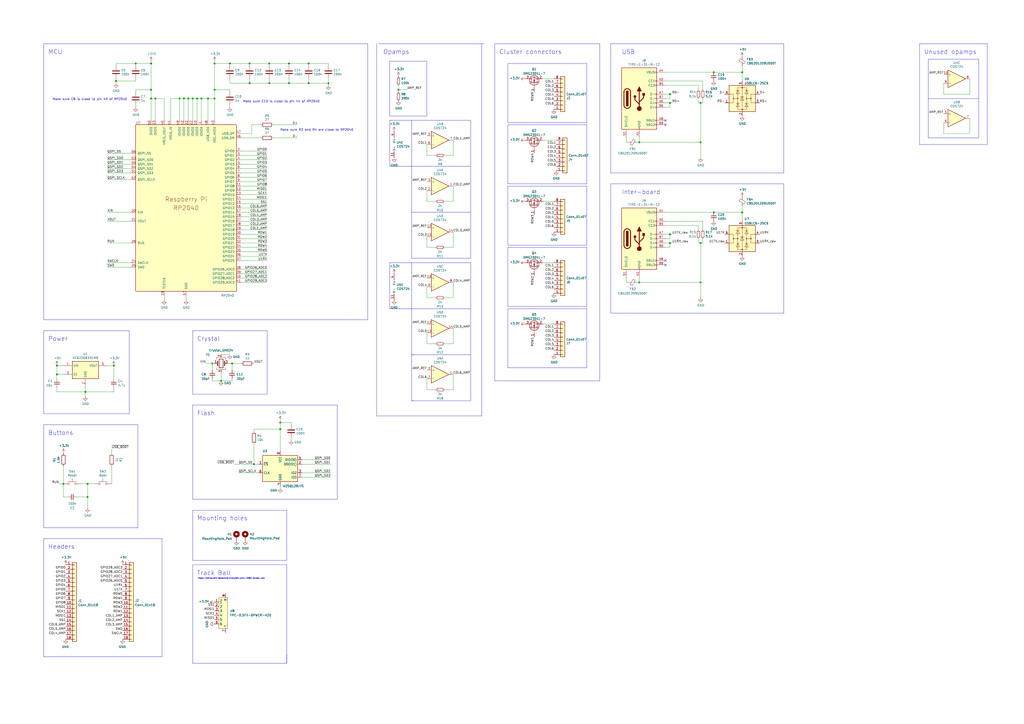
<source format=kicad_sch>
(kicad_sch (version 20250114) (generator "eeschema") (generator_version "9.0")
  (paper "A2")
  (title_block (title "lalboard main board") (rev "v0.1"))
  (text "Cluster connectors" (at 289.56 31.75 0) (effects (font (size 2.54 2.54)) (justify left bottom)))
  (text "Make sure R3 and R4 are close to RP2040" (at 162.56 76.2 0) (effects (font (size 1.27 1.27)) (justify left bottom)))
  (text "USB" (at 360.68 31.75 0) (effects (font (size 2.4892 2.4892)) (justify left bottom)))
  (text "Power" (at 27.94 198.12 0) (effects (font (size 2.54 2.54)) (justify left bottom)))
  (text "Headers" (at 27.94 318.77 0) (effects (font (size 2.54 2.54)) (justify left bottom)))
  (text "Buttons" (at 27.94 252.73 0) (effects (font (size 2.54 2.54)) (justify left bottom)))
  (text "Make sure C8 is close to pin 45 of RP2040" (at 30.48 58.42 0) (effects (font (size 1.27 1.27)) (justify left bottom)))
  (text "Track Ball" (at 114.3 334.01 0) (effects (font (size 2.54 2.54)) (justify left bottom)))
  (text "Opamps" (at 222.25 31.75 0) (effects (font (size 2.54 2.54)) (justify left bottom)))
  (text "Unused opamps" (at 535.94 31.75 0) (effects (font (size 2.54 2.54)) (justify left bottom)))
  (text "MCU" (at 27.94 31.75 0) (effects (font (size 2.54 2.54)) (justify left bottom)))
  (text "Inter-board" (at 360.68 113.03 0) (effects (font (size 2.4892 2.4892)) (justify left bottom)))
  (text "https://github.com/Bastardkb/charybdis-pmw-3360-sensor-pcb" (at 134.112 335.534 0) (effects (font (size 0.762 0.762))))
  (text "Crystal" (at 114.3 198.12 0) (effects (font (size 2.54 2.54)) (justify left bottom)))
  (text "Mounting holes" (at 114.3 302.26 0) (effects (font (size 2.54 2.54)) (justify left bottom)))
  (text "Make sure C10 is close to pin 44 of RP2040" (at 140.97 59.69 0) (effects (font (size 1.27 1.27)) (justify left bottom)))
  (text "Flash" (at 114.3 241.3 0) (effects (font (size 2.54 2.54)) (justify left bottom)))
  (junction (at 109.22 57.15))
  (junction (at 87.63 52.07))
  (junction (at 156.21 36.83))
  (junction (at 36.83 280.67))
  (junction (at 50.8 288.29))
  (junction (at 111.76 57.15))
  (junction (at 124.46 52.07))
  (junction (at 87.63 36.83))
  (junction (at 388.62 54.61))
  (junction (at 190.5 48.26))
  (junction (at 388.62 140.97))
  (junction (at 114.3 57.15))
  (junction (at 33.02 217.17))
  (junction (at 144.78 36.83))
  (junction (at 406.4 163.83))
  (junction (at 124.46 36.83))
  (junction (at 147.32 269.24))
  (junction (at 106.68 57.15))
  (junction (at 49.53 227.33))
  (junction (at 133.35 36.83))
  (junction (at 430.53 123.19))
  (junction (at 120.65 57.15))
  (junction (at 370.84 163.83))
  (junction (at 167.64 48.26))
  (junction (at 116.84 57.15))
  (junction (at 162.56 245.11))
  (junction (at 406.4 59.69))
  (junction (at 414.02 41.91))
  (junction (at 179.07 36.83))
  (junction (at 179.07 48.26))
  (junction (at 66.04 212.09))
  (junction (at 388.62 59.69))
  (junction (at 406.4 140.97))
  (junction (at 90.17 57.15))
  (junction (at 67.31 46.99))
  (junction (at 87.63 57.15))
  (junction (at 414.02 123.19))
  (junction (at 144.78 48.26))
  (junction (at 128.27 220.98))
  (junction (at 156.21 48.26))
  (junction (at 124.46 57.15))
  (junction (at 104.14 57.15))
  (junction (at 78.74 36.83))
  (junction (at 406.4 82.55))
  (junction (at 50.8 280.67))
  (junction (at 123.19 210.82))
  (junction (at 134.62 210.82))
  (junction (at 370.84 82.55))
  (junction (at 33.02 212.09))
  (junction (at 167.64 36.83))
  (junction (at 430.53 41.91))
  (junction (at 388.62 135.89))
  (junction (at 231.14 52.07))
  (junction (at 162.56 248.92))
  (no_connect (at 386.08 151.13))
  (no_connect (at 386.08 69.85))
  (no_connect (at 386.08 72.39))
  (no_connect (at 386.08 153.67))
  (wire (pts (xy 370.84 82.55) (xy 406.4 82.55)))
  (polyline (pts (xy 111.76 234.95) (xy 111.76 289.56)))
  (wire (pts (xy 386.08 57.15) (xy 388.62 57.15)))
  (wire (pts (xy 179.07 45.72) (xy 179.07 48.26)))
  (wire (pts (xy 64.77 260.35) (xy 64.77 262.89)))
  (wire (pts (xy 386.08 54.61) (xy 388.62 54.61)))
  (wire (pts (xy 388.62 54.61) (xy 389.89 54.61)))
  (wire (pts (xy 139.7 125.73) (xy 154.94 125.73)))
  (wire (pts (xy 76.2 140.97) (xy 62.23 140.97)))
  (polyline (pts (xy 226.06 96.52) (xy 273.05 96.52)))
  (wire (pts (xy 124.46 52.07) (xy 133.35 52.07)))
  (wire (pts (xy 406.4 82.55) (xy 406.4 91.44)))
  (polyline (pts (xy 533.4 25.4) (xy 572.77 25.4)))
  (wire (pts (xy 67.31 45.72) (xy 67.31 46.99)))
  (polyline (pts (xy 340.36 143.51) (xy 340.36 177.8)))
  (polyline (pts (xy 238.76 205.74) (xy 273.05 205.74)))
  (wire (pts (xy 262.89 217.17) (xy 262.89 226.06)))
  (polyline (pts (xy 74.93 191.77) (xy 74.93 240.03)))
  (wire (pts (xy 39.37 288.29) (xy 36.83 288.29)))
  (wire (pts (xy 262.89 116.84) (xy 257.81 116.84)))
  (polyline (pts (xy 340.36 107.95) (xy 294.64 107.95)))
  (polyline (pts (xy 273.05 179.07) (xy 273.05 205.74)))
  (wire (pts (xy 314.96 152.4) (xy 321.31 152.4)))
  (wire (pts (xy 114.3 69.85) (xy 114.3 57.15)))
  (wire (pts (xy 147.32 257.81) (xy 147.32 269.24)))
  (polyline (pts (xy 538.48 80.01) (xy 567.69 80.01)))
  (wire (pts (xy 78.74 60.96) (xy 78.74 62.23)))
  (polyline (pts (xy 287.02 25.4) (xy 347.98 25.4)))
  (polyline (pts (xy 25.4 381) (xy 93.98 381)))
  (wire (pts (xy 139.7 123.19) (xy 154.94 123.19)))
  (wire (pts (xy 139.7 128.27) (xy 154.94 128.27)))
  (polyline (pts (xy 238.76 123.19) (xy 273.05 123.19)))
  (wire (pts (xy 162.56 243.84) (xy 162.56 245.11)))
  (wire (pts (xy 175.26 266.7) (xy 191.77 266.7)))
  (wire (pts (xy 388.62 143.51) (xy 388.62 140.97)))
  (wire (pts (xy 262.89 90.17) (xy 257.81 90.17)))
  (wire (pts (xy 128.27 205.74) (xy 133.35 205.74)))
  (wire (pts (xy 78.74 52.07) (xy 87.63 52.07)))
  (wire (pts (xy 139.7 151.13) (xy 154.94 151.13)))
  (polyline (pts (xy 294.64 72.39) (xy 294.64 106.68)))
  (wire (pts (xy 139.7 148.59) (xy 154.94 148.59)))
  (wire (pts (xy 405.13 57.15) (xy 405.13 59.69)))
  (wire (pts (xy 190.5 48.26) (xy 179.07 48.26)))
  (polyline (pts (xy 567.69 34.29) (xy 567.69 80.01)))
  (wire (pts (xy 162.56 245.11) (xy 162.56 248.92)))
  (polyline (pts (xy 347.98 25.4) (xy 347.98 220.98)))
  (wire (pts (xy 67.31 46.99) (xy 78.74 46.99)))
  (wire (pts (xy 124.46 36.83) (xy 124.46 52.07)))
  (polyline (pts (xy 279.4 25.4) (xy 279.4 241.3)))
  (wire (pts (xy 370.84 161.29) (xy 370.84 163.83)))
  (wire (pts (xy 87.63 36.83) (xy 87.63 52.07)))
  (wire (pts (xy 139.7 100.33) (xy 154.94 100.33)))
  (polyline (pts (xy 340.36 143.51) (xy 294.64 143.51)))
  (polyline (pts (xy 238.76 179.07) (xy 238.76 205.74)))
  (wire (pts (xy 33.02 227.33) (xy 33.02 224.79)))
  (polyline (pts (xy 238.76 205.74) (xy 240.03 205.74)))
  (wire (pts (xy 62.23 212.09) (xy 66.04 212.09)))
  (polyline (pts (xy 74.93 240.03) (xy 25.4 240.03)))
  (wire (pts (xy 314.96 187.96) (xy 321.31 187.96)))
  (wire (pts (xy 247.65 226.06) (xy 247.65 219.71)))
  (wire (pts (xy 407.67 128.27) (xy 386.08 128.27)))
  (wire (pts (xy 111.76 69.85) (xy 111.76 57.15)))
  (polyline (pts (xy 25.4 240.03) (xy 25.4 191.77)))
  (wire (pts (xy 547.37 54.61) (xy 547.37 48.26)))
  (wire (pts (xy 388.62 59.69) (xy 389.89 59.69)))
  (wire (pts (xy 106.68 69.85) (xy 106.68 57.15)))
  (wire (pts (xy 132.08 210.82) (xy 134.62 210.82)))
  (wire (pts (xy 562.61 45.72) (xy 562.61 54.61)))
  (wire (pts (xy 139.7 163.83) (xy 154.94 163.83)))
  (wire (pts (xy 430.53 128.27) (xy 430.53 123.19)))
  (wire (pts (xy 50.8 280.67) (xy 50.8 288.29)))
  (polyline (pts (xy 226.06 69.85) (xy 273.05 69.85)))
  (polyline (pts (xy 454.66 25.4) (xy 454.66 100.33)))
  (wire (pts (xy 156.21 45.72) (xy 156.21 48.26)))
  (wire (pts (xy 114.3 57.15) (xy 116.84 57.15)))
  (wire (pts (xy 407.67 46.99) (xy 386.08 46.99)))
  (wire (pts (xy 147.32 248.92) (xy 162.56 248.92)))
  (wire (pts (xy 139.7 90.17) (xy 154.94 90.17)))
  (polyline (pts (xy 294.64 106.68) (xy 340.36 106.68)))
  (wire (pts (xy 363.22 163.83) (xy 364.49 163.83)))
  (polyline (pts (xy 25.4 306.07) (xy 80.01 306.07)))
  (wire (pts (xy 179.07 36.83) (xy 190.5 36.83)))
  (wire (pts (xy 262.89 199.39) (xy 257.81 199.39)))
  (wire (pts (xy 252.73 172.72) (xy 247.65 172.72)))
  (polyline (pts (xy 111.76 327.66) (xy 166.37 327.66)))
  (wire (pts (xy 120.65 69.85) (xy 120.65 57.15)))
  (wire (pts (xy 95.25 171.45) (xy 95.25 173.99)))
  (wire (pts (xy 139.7 118.11) (xy 154.94 118.11)))
  (polyline (pts (xy 238.76 232.41) (xy 273.05 232.41)))
  (polyline (pts (xy 572.77 83.82) (xy 572.77 25.4)))
  (wire (pts (xy 87.63 57.15) (xy 87.63 69.85)))
  (wire (pts (xy 231.14 52.07) (xy 231.14 53.34)))
  (wire (pts (xy 247.65 199.39) (xy 247.65 193.04)))
  (wire (pts (xy 370.84 163.83) (xy 369.57 163.83)))
  (wire (pts (xy 64.77 270.51) (xy 64.77 280.67)))
  (wire (pts (xy 33.02 217.17) (xy 33.02 219.71)))
  (wire (pts (xy 252.73 226.06) (xy 247.65 226.06)))
  (polyline (pts (xy 111.76 228.6) (xy 111.76 191.77)))
  (wire (pts (xy 363.22 161.29) (xy 363.22 163.83)))
  (wire (pts (xy 405.13 140.97) (xy 406.4 140.97)))
  (wire (pts (xy 49.53 227.33) (xy 33.02 227.33)))
  (polyline (pts (xy 538.48 57.15) (xy 567.69 57.15)))
  (wire (pts (xy 156.21 48.26) (xy 144.78 48.26)))
  (wire (pts (xy 262.89 107.95) (xy 262.89 116.84)))
  (polyline (pts (xy 80.01 246.38) (xy 25.4 246.38)))
  (wire (pts (xy 386.08 62.23) (xy 388.62 62.23)))
  (polyline (pts (xy 111.76 289.56) (xy 195.58 289.56)))
  (wire (pts (xy 144.78 48.26) (xy 133.35 48.26)))
  (wire (pts (xy 405.13 59.69) (xy 406.4 59.69)))
  (polyline (pts (xy 111.76 228.6) (xy 154.94 228.6)))
  (wire (pts (xy 547.37 77.47) (xy 547.37 71.12)))
  (wire (pts (xy 78.74 38.1) (xy 78.74 36.83)))
  (polyline (pts (xy 226.06 35.56) (xy 226.06 67.31)))
  (wire (pts (xy 67.31 38.1) (xy 67.31 36.83)))
  (polyline (pts (xy 238.76 205.74) (xy 238.76 232.41)))
  (polyline (pts (xy 347.98 220.98) (xy 287.02 220.98)))
  (wire (pts (xy 67.31 46.99) (xy 67.31 48.26)))
  (wire (pts (xy 231.14 49.53) (xy 231.14 52.07)))
  (wire (pts (xy 133.35 38.1) (xy 133.35 36.83)))
  (wire (pts (xy 139.7 77.47) (xy 146.05 77.47)))
  (wire (pts (xy 95.25 69.85) (xy 95.25 57.15)))
  (wire (pts (xy 76.2 152.4) (xy 62.23 152.4)))
  (wire (pts (xy 49.53 227.33) (xy 49.53 224.79)))
  (wire (pts (xy 104.14 69.85) (xy 104.14 57.15)))
  (polyline (pts (xy 287.02 25.4) (xy 287.02 220.98)))
  (wire (pts (xy 190.5 48.26) (xy 190.5 49.53)))
  (wire (pts (xy 386.08 138.43) (xy 388.62 138.43)))
  (wire (pts (xy 406.4 140.97) (xy 406.4 163.83)))
  (wire (pts (xy 370.84 163.83) (xy 406.4 163.83)))
  (polyline (pts (xy 25.4 25.4) (xy 213.36 25.4)))
  (wire (pts (xy 124.46 57.15) (xy 124.46 69.85)))
  (wire (pts (xy 430.53 123.19) (xy 430.53 119.38)))
  (wire (pts (xy 388.62 135.89) (xy 389.89 135.89)))
  (polyline (pts (xy 294.64 142.24) (xy 340.36 142.24)))
  (polyline (pts (xy 533.4 25.4) (xy 533.4 83.82)))
  (wire (pts (xy 107.95 171.45) (xy 107.95 173.99)))
  (wire (pts (xy 405.13 138.43) (xy 405.13 140.97)))
  (wire (pts (xy 139.7 133.35) (xy 154.94 133.35)))
  (wire (pts (xy 106.68 57.15) (xy 109.22 57.15)))
  (wire (pts (xy 406.4 140.97) (xy 407.67 140.97)))
  (wire (pts (xy 406.4 59.69) (xy 406.4 82.55)))
  (polyline (pts (xy 25.4 185.42) (xy 25.4 25.4)))
  (wire (pts (xy 76.2 104.14) (xy 62.23 104.14)))
  (polyline (pts (xy 226.06 69.85) (xy 226.06 96.52)))
  (wire (pts (xy 62.23 123.19) (xy 76.2 123.19)))
  (polyline (pts (xy 247.65 67.31) (xy 247.65 35.56)))
  (wire (pts (xy 405.13 52.07) (xy 405.13 49.53)))
  (wire (pts (xy 134.62 210.82) (xy 134.62 214.63)))
  (wire (pts (xy 99.06 69.85) (xy 99.06 57.15)))
  (wire (pts (xy 147.32 250.19) (xy 147.32 248.92)))
  (polyline (pts (xy 340.36 36.83) (xy 294.64 36.83)))
  (wire (pts (xy 388.62 57.15) (xy 388.62 54.61)))
  (polyline (pts (xy 340.36 179.07) (xy 294.64 179.07)))
  (wire (pts (xy 167.64 36.83) (xy 179.07 36.83)))
  (wire (pts (xy 386.08 143.51) (xy 388.62 143.51)))
  (wire (pts (xy 252.73 90.17) (xy 247.65 90.17)))
  (wire (pts (xy 162.56 281.94) (xy 162.56 283.21)))
  (wire (pts (xy 262.89 190.5) (xy 262.89 199.39)))
  (wire (pts (xy 386.08 123.19) (xy 414.02 123.19)))
  (polyline (pts (xy 111.76 234.95) (xy 195.58 234.95)))
  (wire (pts (xy 430.53 41.91) (xy 430.53 38.1)))
  (wire (pts (xy 139.7 115.57) (xy 154.94 115.57)))
  (polyline (pts (xy 247.65 35.56) (xy 226.06 35.56)))
  (polyline (pts (xy 226.06 179.07) (xy 273.05 179.07)))
  (polyline (pts (xy 218.44 25.4) (xy 218.44 241.3)))
  (wire (pts (xy 547.37 54.61) (xy 562.61 54.61)))
  (wire (pts (xy 162.56 248.92) (xy 162.56 261.62)))
  (polyline (pts (xy 166.37 379.73) (xy 166.37 384.81)))
  (polyline (pts (xy 226.06 67.31) (xy 247.65 67.31)))
  (polyline (pts (xy 111.76 295.91) (xy 166.37 295.91)))
  (wire (pts (xy 167.64 45.72) (xy 167.64 48.26)))
  (wire (pts (xy 139.7 161.29) (xy 154.94 161.29)))
  (wire (pts (xy 50.8 288.29) (xy 44.45 288.29)))
  (wire (pts (xy 386.08 41.91) (xy 414.02 41.91)))
  (polyline (pts (xy 340.36 36.83) (xy 340.36 71.12)))
  (polyline (pts (xy 340.36 179.07) (xy 340.36 213.36)))
  (wire (pts (xy 78.74 53.34) (xy 78.74 52.07)))
  (wire (pts (xy 562.61 68.58) (xy 562.61 77.47)))
  (polyline (pts (xy 238.76 69.85) (xy 238.76 149.86)))
  (polyline (pts (xy 238.76 149.86) (xy 273.05 149.86)))
  (wire (pts (xy 321.31 116.84) (xy 314.96 116.84)))
  (polyline (pts (xy 219.71 25.4) (xy 280.67 25.4)))
  (wire (pts (xy 99.06 57.15) (xy 104.14 57.15)))
  (wire (pts (xy 314.96 45.72) (xy 321.31 45.72)))
  (wire (pts (xy 407.67 52.07) (xy 407.67 46.99)))
  (polyline (pts (xy 294.64 213.36) (xy 340.36 213.36)))
  (wire (pts (xy 124.46 210.82) (xy 123.19 210.82)))
  (wire (pts (xy 138.43 274.32) (xy 149.86 274.32)))
  (wire (pts (xy 66.04 224.79) (xy 66.04 227.33)))
  (wire (pts (xy 407.67 59.69) (xy 407.67 57.15)))
  (wire (pts (xy 547.37 77.47) (xy 562.61 77.47)))
  (wire (pts (xy 66.04 212.09) (xy 66.04 219.71)))
  (wire (pts (xy 36.83 217.17) (xy 33.02 217.17)))
  (wire (pts (xy 363.22 82.55) (xy 364.49 82.55)))
  (wire (pts (xy 139.7 156.21) (xy 154.94 156.21)))
  (wire (pts (xy 139.7 130.81) (xy 154.94 130.81)))
  (wire (pts (xy 144.78 36.83) (xy 156.21 36.83)))
  (polyline (pts (xy 111.76 327.66) (xy 111.76 384.81)))
  (wire (pts (xy 111.76 57.15) (xy 114.3 57.15)))
  (wire (pts (xy 370.84 80.01) (xy 370.84 82.55)))
  (polyline (pts (xy 538.48 34.29) (xy 538.48 80.01)))
  (polyline (pts (xy 294.64 36.83) (xy 294.64 71.12)))
  (polyline (pts (xy 111.76 384.81) (xy 166.37 384.81)))
  (polyline (pts (xy 354.33 181.61) (xy 354.33 106.68)))
  (wire (pts (xy 168.91 246.38) (xy 168.91 245.11)))
  (wire (pts (xy 167.64 48.26) (xy 156.21 48.26)))
  (polyline (pts (xy 166.37 384.81) (xy 166.37 327.66)))
  (polyline (pts (xy 279.4 241.3) (xy 218.44 241.3)))
  (wire (pts (xy 123.19 210.82) (xy 123.19 214.63)))
  (polyline (pts (xy 294.64 179.07) (xy 294.64 213.36)))
  (wire (pts (xy 134.62 219.71) (xy 134.62 220.98)))
  (wire (pts (xy 168.91 245.11) (xy 162.56 245.11)))
  (polyline (pts (xy 226.06 152.4) (xy 273.05 152.4)))
  (wire (pts (xy 179.07 38.1) (xy 179.07 36.83)))
  (polyline (pts (xy 294.64 177.8) (xy 340.36 177.8)))
  (wire (pts (xy 144.78 45.72) (xy 144.78 48.26)))
  (wire (pts (xy 252.73 143.51) (xy 247.65 143.51)))
  (wire (pts (xy 167.64 38.1) (xy 167.64 36.83)))
  (wire (pts (xy 179.07 48.26) (xy 167.64 48.26)))
  (wire (pts (xy 49.53 227.33) (xy 49.53 229.87)))
  (wire (pts (xy 128.27 215.9) (xy 128.27 220.98)))
  (wire (pts (xy 36.83 270.51) (xy 36.83 280.67)))
  (polyline (pts (xy 294.64 71.12) (xy 340.36 71.12)))
  (wire (pts (xy 95.25 57.15) (xy 90.17 57.15)))
  (wire (pts (xy 231.14 52.07) (xy 236.22 52.07)))
  (polyline (pts (xy 25.4 191.77) (xy 74.93 191.77)))
  (wire (pts (xy 90.17 57.15) (xy 87.63 57.15)))
  (wire (pts (xy 139.7 143.51) (xy 154.94 143.51)))
  (polyline (pts (xy 25.4 312.42) (xy 25.4 381)))
  (wire (pts (xy 405.13 49.53) (xy 386.08 49.53)))
  (wire (pts (xy 252.73 116.84) (xy 247.65 116.84)))
  (polyline (pts (xy 354.33 106.68) (xy 454.66 106.68)))
  (wire (pts (xy 139.7 80.01) (xy 151.13 80.01)))
  (wire (pts (xy 314.96 81.28) (xy 322.58 81.28)))
  (polyline (pts (xy 273.05 69.85) (xy 273.05 149.86)))
  (wire (pts (xy 430.53 46.99) (xy 430.53 41.91)))
  (wire (pts (xy 406.4 163.83) (xy 406.4 172.72)))
  (polyline (pts (xy 354.33 100.33) (xy 354.33 25.4)))
  (wire (pts (xy 62.23 95.25) (xy 76.2 95.25)))
  (wire (pts (xy 50.8 288.29) (xy 50.8 294.64)))
  (wire (pts (xy 87.63 52.07) (xy 87.63 57.15)))
  (polyline (pts (xy 195.58 289.56) (xy 195.58 234.95)))
  (polyline (pts (xy 25.4 246.38) (xy 25.4 306.07)))
  (wire (pts (xy 134.62 210.82) (xy 139.7 210.82)))
  (wire (pts (xy 116.84 57.15) (xy 120.65 57.15)))
  (wire (pts (xy 139.7 140.97) (xy 154.94 140.97)))
  (wire (pts (xy 87.63 35.56) (xy 87.63 36.83)))
  (wire (pts (xy 262.89 143.51) (xy 257.81 143.51)))
  (wire (pts (xy 158.75 72.39) (xy 172.72 72.39)))
  (wire (pts (xy 133.35 53.34) (xy 133.35 52.07)))
  (polyline (pts (xy 294.64 143.51) (xy 294.64 177.8)))
  (wire (pts (xy 388.62 140.97) (xy 389.89 140.97)))
  (wire (pts (xy 34.29 280.67) (xy 36.83 280.67)))
  (wire (pts (xy 386.08 140.97) (xy 388.62 140.97)))
  (polyline (pts (xy 154.94 191.77) (xy 154.94 228.6)))
  (wire (pts (xy 146.05 72.39) (xy 146.05 77.47)))
  (wire (pts (xy 262.89 163.83) (xy 262.89 172.72)))
  (polyline (pts (xy 340.36 72.39) (xy 294.64 72.39)))
  (wire (pts (xy 175.26 269.24) (xy 191.77 269.24)))
  (wire (pts (xy 123.19 220.98) (xy 128.27 220.98)))
  (wire (pts (xy 133.35 45.72) (xy 133.35 48.26)))
  (polyline (pts (xy 111.76 191.77) (xy 154.94 191.77)))
  (wire (pts (xy 50.8 280.67) (xy 54.61 280.67)))
  (wire (pts (xy 133.35 36.83) (xy 144.78 36.83)))
  (wire (pts (xy 407.67 133.35) (xy 407.67 128.27)))
  (polyline (pts (xy 340.36 72.39) (xy 340.36 106.68)))
  (wire (pts (xy 62.23 92.71) (xy 76.2 92.71)))
  (wire (pts (xy 262.89 172.72) (xy 257.81 172.72)))
  (wire (pts (xy 76.2 128.27) (xy 62.23 128.27)))
  (wire (pts (xy 62.23 100.33) (xy 76.2 100.33)))
  (wire (pts (xy 139.7 102.87) (xy 154.94 102.87)))
  (wire (pts (xy 156.21 38.1) (xy 156.21 36.83)))
  (wire (pts (xy 147.32 269.24) (xy 149.86 269.24)))
  (wire (pts (xy 119.38 210.82) (xy 123.19 210.82)))
  (polyline (pts (xy 111.76 295.91) (xy 111.76 325.12)))
  (polyline (pts (xy 533.4 83.82) (xy 572.77 83.82)))
  (wire (pts (xy 139.7 95.25) (xy 154.94 95.25)))
  (wire (pts (xy 139.7 92.71) (xy 154.94 92.71)))
  (polyline (pts (xy 354.33 25.4) (xy 454.66 25.4)))
  (wire (pts (xy 139.7 110.49) (xy 154.94 110.49)))
  (polyline (pts (xy 538.48 34.29) (xy 567.69 34.29)))
  (wire (pts (xy 262.89 226.06) (xy 257.81 226.06)))
  (polyline (pts (xy 273.05 152.4) (xy 273.05 179.07)))
  (polyline (pts (xy 454.66 106.68) (xy 454.66 181.61)))
  (wire (pts (xy 247.65 143.51) (xy 247.65 137.16)))
  (wire (pts (xy 252.73 199.39) (xy 247.65 199.39)))
  (wire (pts (xy 262.89 81.28) (xy 262.89 90.17)))
  (wire (pts (xy 139.7 158.75) (xy 154.94 158.75)))
  (wire (pts (xy 90.17 69.85) (xy 90.17 57.15)))
  (wire (pts (xy 139.7 135.89) (xy 154.94 135.89)))
  (wire (pts (xy 168.91 254) (xy 168.91 255.27)))
  (polyline (pts (xy 238.76 152.4) (xy 238.76 179.07)))
  (polyline (pts (xy 294.64 107.95) (xy 294.64 142.24)))
  (wire (pts (xy 406.4 59.69) (xy 407.67 59.69)))
  (wire (pts (xy 175.26 274.32) (xy 191.77 274.32)))
  (wire (pts (xy 33.02 212.09) (xy 33.02 217.17)))
  (wire (pts (xy 139.7 138.43) (xy 154.94 138.43)))
  (polyline (pts (xy 226.06 152.4) (xy 226.06 179.07)))
  (polyline (pts (xy 25.4 312.42) (xy 93.98 312.42)))
  (polyline (pts (xy 354.33 100.33) (xy 454.66 100.33)))
  (wire (pts (xy 388.62 138.43) (xy 388.62 135.89)))
  (wire (pts (xy 124.46 52.07) (xy 124.46 57.15)))
  (wire (pts (xy 128.27 220.98) (xy 134.62 220.98)))
  (wire (pts (xy 109.22 57.15) (xy 111.76 57.15)))
  (wire (pts (xy 414.02 123.19) (xy 430.53 123.19)))
  (wire (pts (xy 407.67 140.97) (xy 407.67 138.43)))
  (wire (pts (xy 262.89 134.62) (xy 262.89 143.51)))
  (polyline (pts (xy 273.05 205.74) (xy 273.05 232.41)))
  (wire (pts (xy 62.23 97.79) (xy 76.2 97.79)))
  (wire (pts (xy 247.65 90.17) (xy 247.65 83.82)))
  (wire (pts (xy 123.19 219.71) (xy 123.19 220.98)))
  (wire (pts (xy 144.78 38.1) (xy 144.78 36.83)))
  (wire (pts (xy 388.62 62.23) (xy 388.62 59.69)))
  (wire (pts (xy 405.13 130.81) (xy 386.08 130.81)))
  (wire (pts (xy 247.65 172.72) (xy 247.65 166.37)))
  (wire (pts (xy 46.99 280.67) (xy 50.8 280.67)))
  (wire (pts (xy 139.7 113.03) (xy 154.94 113.03)))
  (wire (pts (xy 139.7 87.63) (xy 154.94 87.63)))
  (wire (pts (xy 36.83 212.09) (xy 33.02 212.09)))
  (wire (pts (xy 139.7 107.95) (xy 154.94 107.95)))
  (wire (pts (xy 133.35 60.96) (xy 133.35 62.23)))
  (wire (pts (xy 190.5 45.72) (xy 190.5 48.26)))
  (wire (pts (xy 363.22 80.01) (xy 363.22 82.55)))
  (polyline (pts (xy 166.37 325.12) (xy 166.37 295.91)))
  (wire (pts (xy 139.7 146.05) (xy 154.94 146.05)))
  (wire (pts (xy 146.05 72.39) (xy 151.13 72.39)))
  (wire (pts (xy 120.65 57.15) (xy 124.46 57.15)))
  (wire (pts (xy 78.74 36.83) (xy 87.63 36.83)))
  (wire (pts (xy 78.74 46.99) (xy 78.74 45.72)))
  (wire (pts (xy 124.46 35.56) (xy 124.46 36.83)))
  (wire (pts (xy 370.84 82.55) (xy 369.57 82.55)))
  (polyline (pts (xy 213.36 185.42) (xy 25.4 185.42)))
  (wire (pts (xy 104.14 57.15) (xy 106.68 57.15)))
  (wire (pts (xy 76.2 88.9) (xy 62.23 88.9)))
  (wire (pts (xy 175.26 276.86) (xy 191.77 276.86)))
  (polyline (pts (xy 111.76 325.12) (xy 166.37 325.12)))
  (wire (pts (xy 386.08 135.89) (xy 388.62 135.89)))
  (wire (pts (xy 124.46 36.83) (xy 133.35 36.83)))
  (wire (pts (xy 76.2 154.94) (xy 62.23 154.94)))
  (wire (pts (xy 158.75 80.01) (xy 172.72 80.01)))
  (wire (pts (xy 66.04 227.33) (xy 49.53 227.33)))
  (wire (pts (xy 139.7 105.41) (xy 154.94 105.41)))
  (polyline (pts (xy 340.36 107.95) (xy 340.36 142.24)))
  (wire (pts (xy 405.13 133.35) (xy 405.13 130.81)))
  (wire (pts (xy 135.89 269.24) (xy 147.32 269.24)))
  (wire (pts (xy 116.84 57.15) (xy 116.84 69.85)))
  (wire (pts (xy 67.31 36.83) (xy 78.74 36.83)))
  (wire (pts (xy 190.5 38.1) (xy 190.5 36.83)))
  (wire (pts (xy 109.22 69.85) (xy 109.22 57.15)))
  (wire (pts (xy 386.08 59.69) (xy 388.62 59.69)))
  (polyline (pts (xy 354.33 181.61) (xy 454.66 181.61)))
  (polyline (pts (xy 80.01 306.07) (xy 80.01 246.38)))
  (polyline (pts (xy 213.36 25.4) (xy 213.36 185.42)))
  (wire (pts (xy 139.7 120.65) (xy 154.94 120.65)))
  (wire (pts (xy 247.65 116.84) (xy 247.65 110.49)))
  (polyline (pts (xy 93.98 381) (xy 93.98 312.42)))
  (wire (pts (xy 414.02 41.91) (xy 430.53 41.91)))
  (polyline (pts (xy 238.76 232.41) (xy 240.03 232.41)))
  (wire (pts (xy 36.83 288.29) (xy 36.83 280.67)))
  (wire (pts (xy 156.21 36.83) (xy 167.64 36.83)))
  (wire (pts (xy 139.7 97.79) (xy 154.94 97.79)))
  (label "GPIO29_ADC3" (at 71.12 330.2 180))
  (label "COL1_AMP" (at 262.89 81.28 0))
  (label "QSPI_SD1" (at 62.23 95.25 0))
  (label "QSPI_SD2" (at 191.77 274.32 180))
  (label "GPIO27_ADC1" (at 154.94 158.75 180))
  (label "COL4_AMP" (at 154.94 125.73 180))
  (label "ROW4" (at 71.12 347.98 180))
  (label "U1RX" (at 154.94 151.13 180))
  (label "QSPI_SCLK" (at 138.43 274.32 0))
  (label "GPIO5" (at 38.1 342.9 180))
  (label "U1RX_raw" (at 389.89 140.97 0))
  (label "GPIO0" (at 38.1 330.2 180))
  (label "U1RX" (at 440.69 135.89 0))
  (label "AMP_REF" (at 247.65 78.74 180))
  (label "COL1_AMP" (at 71.12 358.14 180))
  (label "SWD" (at 71.12 365.76 180))
  (label "COL6" (at 321.31 203.2 180))
  (label "MISO1" (at 124.46 359.41 180))
  (label "GPIO29_ADC3" (at 154.94 163.83 180))
  (label "U1TX_raw" (at 420.37 140.97 180))
  (label "ROW3" (at 309.88 124.46 270))
  (label "COL6" (at 321.31 132.08 180))
  (label "AMP_REF" (at 247.65 214.63 180))
  (label "GPIO7" (at 38.1 347.98 180))
  (label "COL6" (at 247.65 219.71 180))
  (label "COL2" (at 321.31 50.8 180))
  (label "SWD" (at 62.23 154.94 0))
  (label "COL1" (at 321.31 48.26 180))
  (label "MOSI1" (at 154.94 115.57 180))
  (label "MOSI1" (at 38.1 358.14 180))
  (label "COL4" (at 321.31 198.12 180))
  (label "GPIO1" (at 154.94 90.17 180))
  (label "GPIO8" (at 38.1 350.52 180))
  (label "COL5" (at 247.65 193.04 180))
  (label "RUN" (at 34.29 280.67 180))
  (label "SWCLK" (at 71.12 368.3 180))
  (label "U1TX" (at 71.12 342.9 180))
  (label "GPIO26_ADC0" (at 71.12 337.82 180))
  (label "AMP_REF" (at 247.65 132.08 180))
  (label "COL4" (at 321.31 55.88 180))
  (label "ROW5" (at 71.12 345.44 180))
  (label "QSPI_SD3" (at 191.77 276.86 180))
  (label "GPIO4" (at 154.94 97.79 180))
  (label "D-" (at 420.37 54.61 180))
  (label "GPIO2" (at 154.94 92.71 180))
  (label "QSPI_SD0" (at 191.77 266.7 180))
  (label "GPIO3" (at 154.94 95.25 180))
  (label "COL5" (at 321.31 200.66 180))
  (label "COL4" (at 247.65 166.37 180))
  (label "AMP_REF" (at 547.37 66.04 180))
  (label "ROW2" (at 71.12 353.06 180))
  (label "MISO1" (at 38.1 353.06 180))
  (label "RD+" (at 440.69 59.69 0))
  (label "D+" (at 172.72 72.39 180))
  (label "SWCLK" (at 62.23 152.4 0))
  (label "XIN" (at 62.23 123.19 0))
  (label "GPIO27_ADC1" (at 71.12 335.28 180))
  (label "D+" (at 440.69 54.61 0))
  (label "QSPI_SD0" (at 62.23 92.71 0))
  (label "QSPI_SCLK" (at 62.23 104.14 0))
  (label "COL2" (at 247.65 110.49 180))
  (label "GPIO28_ADC2" (at 154.94 161.29 180))
  (label "SCK1" (at 154.94 113.03 180))
  (label "ROW4" (at 309.88 88.9 270))
  (label "COL4" (at 322.58 91.44 180))
  (label "RD+" (at 389.89 59.69 0))
  (label "ROW5" (at 309.88 53.34 270))
  (label "U1TX" (at 154.94 148.59 180))
  (label "~{USB_BOOT}" (at 135.89 269.24 180))
  (label "COL3" (at 321.31 53.34 180))
  (label "COL4_AMP" (at 38.1 368.3 180))
  (label "COL5" (at 321.31 58.42 180))
  (label "XOUT" (at 62.23 128.27 0))
  (label "RD-" (at 420.37 59.69 180))
  (label "COL3" (at 247.65 137.16 180))
  (label "XOUT" (at 147.32 210.82 0))
  (label "COL3" (at 321.31 195.58 180))
  (label "ROW2" (at 309.88 160.02 270))
  (label "COL4" (at 321.31 162.56 180))
  (label "ROW1" (at 154.94 135.89 180))
  (label "GPIO6" (at 38.1 345.44 180))
  (label "GPIO28_ADC2" (at 71.12 332.74 180))
  (label "COL1_AMP" (at 154.94 133.35 180))
  (label "SCK1" (at 124.46 356.87 180))
  (label "SS1" (at 124.46 351.79 180))
  (label "U1TX_raw" (at 389.89 135.89 0))
  (label "SS1" (at 154.94 118.11 180))
  (label "SCK1" (at 38.1 355.6 180))
  (label "COL3_AMP" (at 71.12 363.22 180))
  (label "GPIO6" (at 154.94 102.87 180))
  (label "COL2" (at 321.31 121.92 180))
  (label "ROW4" (at 154.94 143.51 180))
  (label "COL5" (at 321.31 129.54 180))
  (label "XIN" (at 119.38 210.82 180))
  (label "GPIO8" (at 154.94 107.95 180))
  (label "COL3" (at 322.58 88.9 180))
  (label "GPIO1" (at 38.1 332.74 180))
  (label "COL6" (at 321.31 167.64 180))
  (label "COL3_AMP" (at 154.94 128.27 180))
  (label "COL1" (at 321.31 190.5 180))
  (label "COL5_AMP" (at 154.94 123.19 180))
  (label "GPIO3" (at 38.1 337.82 180))
  (label "COL1" (at 322.58 83.82 180))
  (label "GPIO5" (at 154.94 100.33 180))
  (label "U1RX_raw" (at 440.69 140.97 0))
  (label "QSPI_SD2" (at 62.23 97.79 0))
  (label "AMP_REF" (at 247.65 105.41 180))
  (label "U1RX" (at 71.12 340.36 180))
  (label "RUN" (at 62.23 140.97 0))
  (label "AMP_REF" (at 247.65 187.96 180))
  (label "COL6" (at 321.31 60.96 180))
  (label "COL4_AMP" (at 262.89 163.83 0))
  (label "MISO1" (at 154.94 110.49 180))
  (label "GPIO26_ADC0" (at 154.94 156.21 180))
  (label "GPIO4" (at 38.1 340.36 180))
  (label "~{USB_BOOT}" (at 64.77 260.35 0))
  (label "COL5" (at 321.31 165.1 180))
  (label "COL1" (at 321.31 119.38 180))
  (label "COL3" (at 321.31 160.02 180))
  (label "COL6_AMP" (at 154.94 120.65 180))
  (label "COL6_AMP" (at 262.89 217.17 0))
  (label "COL2_AMP" (at 154.94 130.81 180))
  (label "COL6" (at 322.58 96.52 180))
  (label "AMP_REF" (at 247.65 161.29 180))
  (label "MOSI1" (at 124.46 354.33 180))
  (label "AMP_REF" (at 236.22 52.07 0))
  (label "GPIO2" (at 38.1 335.28 180))
  (label "COL1" (at 247.65 83.82 180))
  (label "QSPI_SD1" (at 191.77 269.24 180))
  (label "COL5" (at 322.58 93.98 180))
  (label "U1TX" (at 420.37 135.89 180))
  (label "AMP_REF" (at 547.37 43.18 180))
  (label "QSPI_SS" (at 62.23 88.9 0))
  (label "COL3_AMP" (at 262.89 134.62 0))
  (label "ROW3" (at 154.94 140.97 180))
  (label "ROW5" (at 154.94 146.05 180))
  (label "ROW2" (at 154.94 138.43 180))
  (label "COL1" (at 321.31 154.94 180))
  (label "COL2_AMP" (at 71.12 360.68 180))
  (label "ROW3" (at 71.12 350.52 180))
  (label "COL6_AMP" (at 38.1 363.22 180))
  (label "ROW1" (at 71.12 355.6 180))
  (label "COL3" (at 321.31 124.46 180))
  (label "COL5_AMP" (at 262.89 190.5 0))
  (label "COL5_AMP" (at 38.1 365.76 180))
  (label "COL2" (at 322.58 86.36 180))
  (label "D-" (at 172.72 80.01 180))
  (label "GPIO7" (at 154.94 105.41 180))
  (label "QSPI_SS" (at 138.43 269.24 0))
  (label "ROW1" (at 309.88 195.58 270))
  (label "COL2_AMP" (at 262.89 107.95 0))
  (label "RD-" (at 389.89 54.61 0))
  (label "COL4" (at 321.31 127 180))
  (label "SS1" (at 38.1 360.68 180))
  (label "GPIO0" (at 154.94 87.63 180))
  (label "COL2" (at 321.31 157.48 180))
  (label "QSPI_SD3" (at 62.23 100.33 0))
  (label "COL2" (at 321.31 193.04 180))
  (symbol (lib_id "Switch:SW_Push") (at 41.91 280.67 0) (unit 1)
    (property "Reference" "SW1" (at 41.91 273.431 0))
    (property "Value" "Reset" (at 41.91 275.7424 0))
    (property "Footprint" "lalboard:SW_TS-1187A-B-A-B" (effects (hide yes)))
    (property "Datasheet" "https://datasheet.lcsc.com/lcsc/2304140030_XKB-Connectivity-TS-1187A-B-A-B_C318884.pdf" (effects (hide yes)))
    (property "JLCPCB P/N" "C318884" (effects (hide yes)))
  )
  (symbol (lib_id "Switch:SW_Push") (at 59.69 280.67 0) (mirror y) (unit 1)
    (property "Reference" "SW2" (at 59.69 273.431 0))
    (property "Value" "Boot" (at 59.69 275.7424 0))
    (property "Footprint" "lalboard:SW_TS-1187A-B-A-B" (effects (hide yes)))
    (property "Datasheet" "https://datasheet.lcsc.com/lcsc/2304140030_XKB-Connectivity-TS-1187A-B-A-B_C318884.pdf" (effects (hide yes)))
    (property "JLCPCB P/N" "C318884" (effects (hide yes)))
  )
  (symbol (lib_id "Connector:USB_C_Receptacle_USB2.0") (at 370.84 57.15 0) (unit 1)
    (property "Reference" "J8" (at 373.5578 35.1282 0))
    (property "Value" "TYPE-C-31-M-12" (at 373.5578 37.4396 0))
    (property "Footprint" "Connector_USB:USB_C_Receptacle_HRO_TYPE-C-31-M-12" (effects (hide yes)))
    (property "Datasheet" "https://www.usb.org/sites/default/files/documents/usb_type-c.zip" (effects (hide yes)))
    (property "JLCPCB P/N" "C165948" (effects (hide yes)))
  )
  (symbol (lib_id "Power_Protection:USBLC6-2SC6") (at 430.53 57.15 0) (unit 1)
    (property "Reference" "U6" (at 431.8 45.72 0) (effects (justify left)))
    (property "Value" "USBLC6-2SC6" (at 431.8 48.26 0) (effects (justify left)))
    (property "Footprint" "Package_TO_SOT_SMD:SOT-23-6" (effects (hide yes)))
    (property "Datasheet" "https://www.st.com/resource/en/datasheet/usblc6-2.pdf" (effects (hide yes)))
    (property "JLCPCB P/N" "C7519" (effects (hide yes)))
  )
  (symbol (lib_id "Connector:USB_C_Receptacle_USB2.0") (at 370.84 138.43 0) (unit 1)
    (property "Reference" "J9" (at 373.5578 116.4082 0))
    (property "Value" "TYPE-C-31-M-12" (at 373.5578 118.7196 0))
    (property "Footprint" "Connector_USB:USB_C_Receptacle_HRO_TYPE-C-31-M-12" (effects (hide yes)))
    (property "Datasheet" "https://www.usb.org/sites/default/files/documents/usb_type-c.zip" (effects (hide yes)))
    (property "JLCPCB P/N" "C165948" (effects (hide yes)))
  )
  (symbol (lib_id "Power_Protection:USBLC6-2SC6") (at 430.53 138.43 0) (unit 1)
    (property "Reference" "U7" (at 431.8 127 0) (effects (justify left)))
    (property "Value" "USBLC6-2SC6" (at 431.8 129.54 0) (effects (justify left)))
    (property "Footprint" "Package_TO_SOT_SMD:SOT-23-6" (effects (hide yes)))
    (property "Datasheet" "https://www.st.com/resource/en/datasheet/usblc6-2.pdf" (effects (hide yes)))
    (property "JLCPCB P/N" "C7519" (effects (hide yes)))
  )
  (symbol (lib_id "Device:FerriteBead_Small") (at 430.53 116.84 0) (unit 1)
    (property "Reference" "FB4" (at 433.07 115.6716 0) (effects (justify left)))
    (property "Value" "CBG201209U500T" (at 433.07 117.983 0) (effects (justify left)))
    (property "Footprint" "Inductor_SMD:L_0805_2012Metric" (effects (hide yes)))
    (property "Datasheet" "https://datasheet.lcsc.com/lcsc/2304140030_FH--Guangdong-Fenghua-Advanced-Tech-CBG201209U500T_C668236.pdf" (effects (hide yes)))
    (property "JLCPCB P/N" "C668236" (effects (hide yes)))
  )
  (symbol (lib_id "power:+5V") (at 430.53 114.3 0) (unit 1)
    (property "Reference" "#PWR047" (effects (hide yes)))
    (property "Value" "+5V" (at 430.911 109.9058 0))
  )
  (symbol (lib_id "power:GND") (at 430.53 148.59 0) (unit 1)
    (property "Reference" "#PWR048" (effects (hide yes)))
    (property "Value" "GND" (at 430.657 152.9842 0))
  )
  (symbol (lib_id "power:GND") (at 406.4 172.72 0) (unit 1)
    (property "Reference" "#PWR042" (effects (hide yes)))
    (property "Value" "GND" (at 406.527 177.1142 0))
  )
  (symbol (lib_id "Device:FerriteBead_Small") (at 367.03 163.83 90) (unit 1)
    (property "Reference" "FB2" (at 367.03 167.64 90))
    (property "Value" "CBG201209U500T" (at 367.03 170.18 90))
    (property "Footprint" "Inductor_SMD:L_0805_2012Metric" (effects (hide yes)))
    (property "Datasheet" "https://datasheet.lcsc.com/lcsc/2304140030_FH--Guangdong-Fenghua-Advanced-Tech-CBG201209U500T_C668236.pdf" (effects (hide yes)))
    (property "JLCPCB P/N" "C668236" (effects (hide yes)))
  )
  (symbol (lib_id "Device:R_Small") (at 405.13 135.89 0) (unit 1)
    (property "Reference" "R15" (at 403.86 134.62 0) (effects (justify right)))
    (property "Value" "5.1k" (at 403.86 137.16 0) (effects (justify right)))
    (property "Footprint" "Resistor_SMD:R_0402_1005Metric" (effects (hide yes)))
    (property "JLCPCB" "C25905" (effects (hide yes)))
  )
  (symbol (lib_id "Device:R_Small") (at 407.67 135.89 0) (unit 1)
    (property "Reference" "R17" (at 409.1686 134.7216 0) (effects (justify left)))
    (property "Value" "5.1k" (at 409.1686 137.033 0) (effects (justify left)))
    (property "Footprint" "Resistor_SMD:R_0402_1005Metric" (effects (hide yes)))
    (property "JLCPCB P/N" "C25905" (effects (hide yes)))
  )
  (symbol (lib_id "Device:FerriteBead_Small") (at 430.53 35.56 0) (unit 1)
    (property "Reference" "FB3" (at 433.07 34.3916 0) (effects (justify left)))
    (property "Value" "CBG201209U500T" (at 433.07 36.703 0) (effects (justify left)))
    (property "Footprint" "Inductor_SMD:L_0805_2012Metric" (effects (hide yes)))
    (property "Datasheet" "https://datasheet.lcsc.com/lcsc/2304140030_FH--Guangdong-Fenghua-Advanced-Tech-CBG201209U500T_C668236.pdf" (effects (hide yes)))
    (property "JLCPCB P/N" "C668236" (effects (hide yes)))
  )
  (symbol (lib_id "power:+5V") (at 430.53 33.02 0) (unit 1)
    (property "Reference" "#PWR045" (effects (hide yes)))
    (property "Value" "+5V" (at 430.911 28.6258 0))
  )
  (symbol (lib_id "power:GND") (at 430.53 67.31 0) (unit 1)
    (property "Reference" "#PWR046" (effects (hide yes)))
    (property "Value" "GND" (at 430.657 71.7042 0))
  )
  (symbol (lib_id "Amplifier_Operational:LMV324") (at 255.27 81.28 0) (unit 2)
    (property "Reference" "U4" (at 255.27 71.9582 0))
    (property "Value" "COS724" (at 255.27 74.2696 0))
    (property "Footprint" "lalboard:TSSOP-14_4.4x5mm_P0.65mm" (effects (hide yes)))
    (property "Datasheet" "https://datasheet.lcsc.com/lcsc/2106070234_COSINE-COS724TR_C2685541.pdf" (effects (hide yes)))
    (property "JLCPCB P/N" "C2685541" (effects (hide yes)))
  )
  (symbol (lib_id "Device:R_Small") (at 231.14 46.99 0) (unit 1)
    (property "Reference" "R7" (at 232.6386 45.8216 0) (effects (justify left)))
    (property "Value" "100k" (at 232.6386 48.133 0) (effects (justify left)))
    (property "Footprint" "Resistor_SMD:R_0402_1005Metric" (effects (hide yes)))
    (property "JLCPCB P/N" "C25741" (effects (hide yes)))
  )
  (symbol (lib_id "Device:R_Small") (at 231.14 55.88 0) (unit 1)
    (property "Reference" "R8" (at 232.6386 54.7116 0) (effects (justify left)))
    (property "Value" "390k" (at 232.6386 57.023 0) (effects (justify left)))
    (property "Footprint" "Resistor_SMD:R_0402_1005Metric" (effects (hide yes)))
    (property "JLCPCB P/N" "C25782" (effects (hide yes)))
  )
  (symbol (lib_id "power:+3.3V") (at 231.14 44.45 0) (unit 1)
    (property "Reference" "#PWR029" (effects (hide yes)))
    (property "Value" "+3.3V" (at 231.521 40.0558 0))
  )
  (symbol (lib_id "power:GND") (at 231.14 58.42 0) (unit 1)
    (property "Reference" "#PWR030" (effects (hide yes)))
    (property "Value" "GND" (at 231.267 62.8142 0))
  )
  (symbol (lib_id "Device:R_Small") (at 255.27 90.17 270) (unit 1)
    (property "Reference" "R9" (at 255.27 95.25 90))
    (property "Value" "2k" (at 255.27 92.71 90))
    (property "Footprint" "Resistor_SMD:R_0402_1005Metric_Pad0.72x0.64mm_HandSolder" (effects (hide yes)))
    (property "JLCPCB P/N" "C4109" (effects (hide yes)))
  )
  (symbol (lib_id "power:GND") (at 406.4 91.44 0) (unit 1)
    (property "Reference" "#PWR041" (effects (hide yes)))
    (property "Value" "GND" (at 406.527 95.8342 0))
  )
  (symbol (lib_id "Amplifier_Operational:LMV324") (at 255.27 107.95 0) (unit 1)
    (property "Reference" "U4" (at 255.27 98.6282 0))
    (property "Value" "COS724" (at 255.27 100.9396 0))
    (property "Footprint" "lalboard:TSSOP-14_4.4x5mm_P0.65mm" (effects (hide yes)))
    (property "Datasheet" "https://datasheet.lcsc.com/lcsc/2106070234_COSINE-COS724TR_C2685541.pdf" (effects (hide yes)))
    (property "JLCPCB P/N" "C2685541" (effects (hide yes)))
  )
  (symbol (lib_id "Device:R_Small") (at 255.27 116.84 270) (unit 1)
    (property "Reference" "R10" (at 255.27 121.92 90))
    (property "Value" "2k" (at 255.27 119.38 90))
    (property "Footprint" "Resistor_SMD:R_0402_1005Metric_Pad0.72x0.64mm_HandSolder" (effects (hide yes)))
    (property "JLCPCB P/N" "C4109" (effects (hide yes)))
  )
  (symbol (lib_id "Amplifier_Operational:LMV324") (at 255.27 134.62 0) (unit 4)
    (property "Reference" "U4" (at 255.27 125.2982 0))
    (property "Value" "COS724" (at 255.27 127.6096 0))
    (property "Footprint" "lalboard:TSSOP-14_4.4x5mm_P0.65mm" (effects (hide yes)))
    (property "Datasheet" "https://datasheet.lcsc.com/lcsc/2106070234_COSINE-COS724TR_C2685541.pdf" (effects (hide yes)))
    (property "JLCPCB P/N" "C2685541" (effects (hide yes)))
  )
  (symbol (lib_id "Device:R_Small") (at 255.27 143.51 270) (unit 1)
    (property "Reference" "R11" (at 255.27 148.59 90))
    (property "Value" "2k" (at 255.27 146.05 90))
    (property "Footprint" "Resistor_SMD:R_0402_1005Metric_Pad0.72x0.64mm_HandSolder" (effects (hide yes)))
    (property "JLCPCB P/N" "C4109" (effects (hide yes)))
  )
  (symbol (lib_id "Device:FerriteBead_Small") (at 367.03 82.55 90) (unit 1)
    (property "Reference" "FB1" (at 367.03 86.36 90))
    (property "Value" "CBG201209U500T" (at 367.03 88.9 90))
    (property "Footprint" "Inductor_SMD:L_0805_2012Metric" (effects (hide yes)))
    (property "Datasheet" "https://datasheet.lcsc.com/lcsc/2304140030_FH--Guangdong-Fenghua-Advanced-Tech-CBG201209U500T_C668236.pdf" (effects (hide yes)))
    (property "JLCPCB P/N" "C668236" (effects (hide yes)))
  )
  (symbol (lib_id "Amplifier_Operational:LMV324") (at 231.14 83.82 0) (unit 5)
    (property "Reference" "U4" (at 230.0732 82.6516 0) (effects (justify left)))
    (property "Value" "COS724" (at 230.0732 84.963 0) (effects (justify left)))
    (property "Footprint" "lalboard:TSSOP-14_4.4x5mm_P0.65mm" (effects (hide yes)))
    (property "Datasheet" "https://datasheet.lcsc.com/lcsc/2106070234_COSINE-COS724TR_C2685541.pdf" (effects (hide yes)))
    (property "JLCPCB P/N" "C2685541" (effects (hide yes)))
  )
  (symbol (lib_id "Device:R_Small") (at 405.13 54.61 0) (unit 1)
    (property "Reference" "R14" (at 403.86 53.34 0) (effects (justify right)))
    (property "Value" "5.1k" (at 403.86 55.88 0) (effects (justify right)))
    (property "Footprint" "Resistor_SMD:R_0402_1005Metric" (effects (hide yes)))
    (property "JLCPCB P/N" "C25905" (effects (hide yes)))
  )
  (symbol (lib_id "Device:R_Small") (at 407.67 54.61 0) (unit 1)
    (property "Reference" "R16" (at 409.1686 53.4416 0) (effects (justify left)))
    (property "Value" "5.1k" (at 409.1686 55.753 0) (effects (justify left)))
    (property "Footprint" "Resistor_SMD:R_0402_1005Metric" (effects (hide yes)))
    (property "JLCPCB P/N" "C25905" (effects (hide yes)))
  )
  (symbol (lib_id "power:GND") (at 50.8 294.64 0) (unit 1)
    (property "Reference" "#PWR06" (effects (hide yes)))
    (property "Value" "GND" (at 50.927 299.0342 0))
  )
  (symbol (lib_id "Device:C_Small") (at 41.91 288.29 270) (unit 1)
    (property "Reference" "C2" (at 41.91 294.64 90))
    (property "Value" "100n" (at 41.91 292.1 90))
    (property "Footprint" "Capacitor_SMD:C_0402_1005Metric" (effects (hide yes)))
    (property "JLCPCB P/N" "C307331" (effects (hide yes)))
  )
  (symbol (lib_id "Device:C_Small") (at 414.02 125.73 0) (unit 1)
    (property "Reference" "C20" (at 416.3568 124.5616 0) (effects (justify left)))
    (property "Value" "100n" (at 416.3568 126.873 0) (effects (justify left)))
    (property "Footprint" "Capacitor_SMD:C_0402_1005Metric" (effects (hide yes)))
    (property "JLCPCB P/N" "C307331" (effects (hide yes)))
  )
  (symbol (lib_id "power:GND") (at 414.02 128.27 0) (unit 1)
    (property "Reference" "#PWR044" (effects (hide yes)))
    (property "Value" "GND" (at 414.147 132.6642 0))
  )
  (symbol (lib_id "Regulator_Linear:XC6220B331MR") (at 49.53 214.63 0) (unit 1)
    (property "Reference" "U1" (at 49.53 205.3082 0))
    (property "Value" "XC6220B331MR" (at 49.53 207.6196 0))
    (property "Footprint" "Package_TO_SOT_SMD:SOT-23-5" (effects (hide yes)))
    (property "Datasheet" "https://www.torexsemi.com/file/xc6220/XC6220.pdf" (effects (hide yes)))
    (property "JLCPCB P/N" "C3040644" (effects (hide yes)))
  )
  (symbol (lib_id "Device:C_Small") (at 66.04 222.25 0) (unit 1)
    (property "Reference" "C4" (at 68.3768 221.0816 0) (effects (justify left)))
    (property "Value" "4.7u" (at 68.3768 223.393 0) (effects (justify left)))
    (property "Footprint" "Capacitor_SMD:C_0402_1005Metric" (effects (hide yes)))
    (property "JLCPCB P/N" "C23733" (effects (hide yes)))
  )
  (symbol (lib_id "Device:C_Small") (at 33.02 222.25 0) (unit 1)
    (property "Reference" "C1" (at 30.48 220.98 0) (effects (justify right)))
    (property "Value" "10u" (at 30.48 223.52 0) (effects (justify right)))
    (property "Footprint" "Capacitor_SMD:C_0402_1005Metric" (effects (hide yes)))
    (property "JLCPCB P/N" "C15525" (effects (hide yes)))
  )
  (symbol (lib_id "Device:C_Small") (at 414.02 44.45 0) (unit 1)
    (property "Reference" "C19" (at 416.3568 43.2816 0) (effects (justify left)))
    (property "Value" "100n" (at 416.3568 45.593 0) (effects (justify left)))
    (property "Footprint" "Capacitor_SMD:C_0402_1005Metric" (effects (hide yes)))
    (property "JLCPCB P/N" "C307331" (effects (hide yes)))
  )
  (symbol (lib_id "power:GND") (at 414.02 46.99 0) (unit 1)
    (property "Reference" "#PWR043" (effects (hide yes)))
    (property "Value" "GND" (at 414.147 51.3842 0))
  )
  (symbol (lib_id "Amplifier_Operational:LMV324") (at 255.27 163.83 0) (unit 3)
    (property "Reference" "U5" (at 255.27 154.5082 0))
    (property "Value" "COS724" (at 255.27 156.8196 0))
    (property "Footprint" "lalboard:TSSOP-14_4.4x5mm_P0.65mm" (effects (hide yes)))
    (property "Datasheet" "https://datasheet.lcsc.com/lcsc/2106070234_COSINE-COS724TR_C2685541.pdf" (effects (hide yes)))
    (property "JLCPCB P/N" "C2685541" (effects (hide yes)))
  )
  (symbol (lib_id "Device:R_Small") (at 255.27 172.72 270) (unit 1)
    (property "Reference" "R13" (at 255.27 177.8 90))
    (property "Value" "2k" (at 255.27 175.26 90))
    (property "Footprint" "Resistor_SMD:R_0402_1005Metric_Pad0.72x0.64mm_HandSolder" (effects (hide yes)))
    (property "JLCPCB P/N" "C4109" (effects (hide yes)))
  )
  (symbol (lib_id "Amplifier_Operational:LMV324") (at 231.14 166.37 0) (unit 5)
    (property "Reference" "U5" (at 230.0732 165.2016 0) (effects (justify left)))
    (property "Value" "COS724" (at 230.0732 167.513 0) (effects (justify left)))
    (property "Footprint" "lalboard:TSSOP-14_4.4x5mm_P0.65mm" (effects (hide yes)))
    (property "Datasheet" "https://datasheet.lcsc.com/lcsc/2106070234_COSINE-COS724TR_C2685541.pdf" (effects (hide yes)))
    (property "JLCPCB P/N" "C2685541" (effects (hide yes)))
  )
  (symbol (lib_id "power:GND") (at 49.53 229.87 0) (unit 1)
    (property "Reference" "#PWR05" (effects (hide yes)))
    (property "Value" "GND" (at 49.657 234.2642 0))
  )
  (symbol (lib_id "power:+5V") (at 33.02 212.09 0) (unit 1)
    (property "Reference" "#PWR01" (effects (hide yes)))
    (property "Value" "+5V" (at 33.401 207.6958 0))
  )
  (symbol (lib_id "power:+3.3V") (at 66.04 212.09 0) (unit 1)
    (property "Reference" "#PWR07" (effects (hide yes)))
    (property "Value" "+3.3V" (at 66.421 207.6958 0))
  )
  (symbol (lib_id "power:GND") (at 228.6 91.44 0) (unit 1)
    (property "Reference" "#PWR026" (effects (hide yes)))
    (property "Value" "GND" (at 228.727 95.8342 0))
  )
  (symbol (lib_id "power:+3.3V") (at 228.6 76.2 0) (unit 1)
    (property "Reference" "#PWR025" (effects (hide yes)))
    (property "Value" "+3.3V" (at 228.981 71.8058 0))
  )
  (symbol (lib_id "power:GND") (at 228.6 173.99 0) (unit 1)
    (property "Reference" "#PWR028" (effects (hide yes)))
    (property "Value" "GND" (at 228.727 178.3842 0))
  )
  (symbol (lib_id "power:+3.3V") (at 228.6 158.75 0) (unit 1)
    (property "Reference" "#PWR027" (effects (hide yes)))
    (property "Value" "+3.3V" (at 228.981 154.3558 0))
  )
  (symbol (lib_id "Mechanical:MountingHole_Pad") (at 137.16 311.15 0) (unit 1)
    (property "Reference" "H1" (at 134.62 309.88 0) (effects (justify right)))
    (property "Value" "MountingHole_Pad" (at 134.62 312.42 0) (effects (justify right)))
    (property "Footprint" "MountingHole:MountingHole_3.2mm_M3_DIN965_Pad" (effects (hide yes)))
  )
  (symbol (lib_id "Mechanical:MountingHole_Pad") (at 142.24 311.15 0) (unit 1)
    (property "Reference" "H2" (at 144.78 309.9054 0) (effects (justify left)))
    (property "Value" "MountingHole_Pad" (at 144.78 312.2168 0) (effects (justify left)))
    (property "Footprint" "MountingHole:MountingHole_3.2mm_M3_DIN965_Pad" (effects (hide yes)))
  )
  (symbol (lib_id "power:GND") (at 137.16 313.69 0) (unit 1)
    (property "Reference" "#PWR019" (effects (hide yes)))
    (property "Value" "GND" (at 137.287 318.0842 0))
  )
  (symbol (lib_id "power:GND") (at 142.24 313.69 0) (unit 1)
    (property "Reference" "#PWR020" (effects (hide yes)))
    (property "Value" "GND" (at 142.367 318.0842 0))
  )
  (symbol (lib_id "power:+1V1") (at 87.63 35.56 0) (unit 1)
    (property "Reference" "#PWR012" (effects (hide yes)))
    (property "Value" "+1V1" (at 88.011 31.1658 0))
  )
  (symbol (lib_id "Transistor_FET:DMG2301L") (at 309.88 119.38 90) (unit 1)
    (property "Reference" "Q3" (at 309.88 111.2352 90))
    (property "Value" "DMG2301L-7" (at 309.88 113.7721 90))
    (property "Footprint" "Package_TO_SOT_SMD:SOT-23" (effects (hide yes)))
    (property "Datasheet" "https://www.diodes.com/assets/Datasheets/DMG2301L.pdf" (effects (hide yes)))
    (property "JLCPCB P/N" "C102619" (effects (hide yes)))
  )
  (symbol (lib_id "power:GND") (at 322.58 99.06 0) (unit 1)
    (property "Reference" "#PWR037" (effects (hide yes)))
    (property "Value" "GND" (at 322.707 103.4542 0))
  )
  (symbol (lib_id "Transistor_FET:DMG2301L") (at 309.88 83.82 90) (unit 1)
    (property "Reference" "Q2" (at 309.88 75.6752 90))
    (property "Value" "DMG2301L-7" (at 309.88 78.2121 90))
    (property "Footprint" "Package_TO_SOT_SMD:SOT-23" (effects (hide yes)))
    (property "Datasheet" "https://www.diodes.com/assets/Datasheets/DMG2301L.pdf" (effects (hide yes)))
    (property "JLCPCB P/N" "C102619" (effects (hide yes)))
  )
  (symbol (lib_id "Device:C") (at 190.5 41.91 0) (unit 1)
    (property "Reference" "C17" (at 193.421 40.7416 0) (effects (justify left)))
    (property "Value" "100n" (at 193.421 43.053 0) (effects (justify left)))
    (property "Footprint" "Capacitor_SMD:C_0402_1005Metric" (effects (hide yes)))
    (property "JLCPCB P/N" "C307331" (effects (hide yes)))
  )
  (symbol (lib_id "power:GND") (at 107.95 173.99 0) (unit 1)
    (property "Reference" "#PWR014" (effects (hide yes)))
    (property "Value" "GND" (at 108.077 178.3842 0))
  )
  (symbol (lib_id "Transistor_FET:DMG2301L") (at 309.88 48.26 90) (unit 1)
    (property "Reference" "Q1" (at 309.88 40.1152 90))
    (property "Value" "DMG2301L-7" (at 309.88 42.6521 90))
    (property "Footprint" "Package_TO_SOT_SMD:SOT-23" (effects (hide yes)))
    (property "Datasheet" "https://www.diodes.com/assets/Datasheets/DMG2301L.pdf" (effects (hide yes)))
    (property "JLCPCB P/N" "C102619" (effects (hide yes)))
  )
  (symbol (lib_id "Device:R_Small") (at 255.27 226.06 270) (unit 1)
    (property "Reference" "R18" (at 255.27 231.14 90))
    (property "Value" "2k" (at 255.27 228.6 90))
    (property "Footprint" "Resistor_SMD:R_0402_1005Metric_Pad0.72x0.64mm_HandSolder" (effects (hide yes)))
    (property "JLCPCB P/N" "C4109" (effects (hide yes)))
  )
  (symbol (lib_id "Memory_Flash:W25Q128JVS") (at 162.56 271.78 0) (unit 1)
    (property "Reference" "U3" (at 153.67 261.62 0))
    (property "Value" "W25Q128JVS" (at 170.18 281.94 0))
    (property "Footprint" "Package_SO:SOIC-8_5.23x5.23mm_P1.27mm" (effects (hide yes)))
    (property "Datasheet" "http://www.winbond.com/resource-files/w25q128jv_dtr%20revc%2003272018%20plus.pdf" (effects (hide yes)))
    (property "JLCPCB P/N" "C97521" (effects (hide yes)))
  )
  (symbol (lib_id "power:+3.3V") (at 36.83 262.89 0) (unit 1)
    (property "Reference" "#PWR02" (effects (hide yes)))
    (property "Value" "+3.3V" (at 37.211 258.4958 0))
  )
  (symbol (lib_id "Amplifier_Operational:LMV324") (at 255.27 217.17 0) (unit 1)
    (property "Reference" "U5" (at 255.27 207.8482 0))
    (property "Value" "COS724" (at 255.27 210.1596 0))
    (property "Footprint" "lalboard:TSSOP-14_4.4x5mm_P0.65mm" (effects (hide yes)))
    (property "Datasheet" "https://datasheet.lcsc.com/lcsc/2106070234_COSINE-COS724TR_C2685541.pdf" (effects (hide yes)))
    (property "JLCPCB P/N" "C2685541" (effects (hide yes)))
  )
  (symbol (lib_id "power:GND") (at 321.31 170.18 0) (unit 1)
    (property "Reference" "#PWR039" (effects (hide yes)))
    (property "Value" "GND" (at 321.437 174.5742 0))
  )
  (symbol (lib_id "power:+3.3V") (at 124.46 35.56 0) (unit 1)
    (property "Reference" "#PWR0101" (effects (hide yes)))
    (property "Value" "+3.3V" (at 124.841 31.1658 0))
  )
  (symbol (lib_id "Connector_Generic:Conn_01x08") (at 327.66 91.44 0) (mirror x) (unit 1)
    (property "Reference" "J4" (at 329.692 92.5068 0) (effects (justify left)))
    (property "Value" "Conn_01x07" (at 329.692 90.1954 0) (effects (justify left)))
    (property "Footprint" "easyeda2kicad:FPC-SMD_8P-P0.50_AFC11-S08ICC-00" (effects (hide yes)))
    (property "Description" "Generic connector, single row, 01x08, script generated (kicad-library-utils/schlib/autogen/connector/)" (effects (hide yes)))
  )
  (symbol (lib_id "power:+5V") (at 71.12 327.66 0) (unit 1)
    (property "Reference" "#PWR09" (effects (hide yes)))
    (property "Value" "+5V" (at 71.501 323.2658 0))
  )
  (symbol (lib_id "Device:R") (at 36.83 266.7 0) (unit 1)
    (property "Reference" "R1" (at 31.5722 266.7 90))
    (property "Value" "1.5k" (at 33.8836 266.7 90))
    (property "Footprint" "Resistor_SMD:R_0402_1005Metric" (effects (hide yes)))
    (property "JLCPCB P/N" "C25867" (effects (hide yes)))
  )
  (symbol (lib_id "Device:C") (at 156.21 41.91 0) (unit 1)
    (property "Reference" "C13" (at 159.131 40.7416 0) (effects (justify left)))
    (property "Value" "100n" (at 159.131 43.053 0) (effects (justify left)))
    (property "Footprint" "Capacitor_SMD:C_0402_1005Metric" (effects (hide yes)))
    (property "JLCPCB P/N" "C307331" (effects (hide yes)))
  )
  (symbol (lib_id "power:GND") (at 133.35 62.23 0) (unit 1)
    (property "Reference" "#PWR017" (effects (hide yes)))
    (property "Value" "GND" (at 133.477 66.6242 0))
  )
  (symbol (lib_id "Transistor_FET:DMG2301L") (at 309.88 190.5 90) (unit 1)
    (property "Reference" "Q5" (at 309.88 182.3552 90))
    (property "Value" "DMG2301L-7" (at 309.88 184.8921 90))
    (property "Footprint" "Package_TO_SOT_SMD:SOT-23" (effects (hide yes)))
    (property "Datasheet" "https://www.diodes.com/assets/Datasheets/DMG2301L.pdf" (effects (hide yes)))
    (property "JLCPCB P/N" "C102619" (effects (hide yes)))
  )
  (symbol (lib_id "Device:C_Small") (at 134.62 217.17 0) (unit 1)
    (property "Reference" "C11" (at 137.16 217.17 0) (effects (justify left)))
    (property "Value" "30pF" (at 137.16 219.71 0) (effects (justify left)))
    (property "Footprint" "Capacitor_SMD:C_0402_1005Metric" (effects (hide yes)))
    (property "JLCPCB P/N" "C1570" (effects (hide yes)))
  )
  (symbol (lib_id "Device:C_Small") (at 123.19 217.17 0) (unit 1)
    (property "Reference" "C8" (at 116.84 217.17 0) (effects (justify left)))
    (property "Value" "30pF" (at 116.84 219.71 0) (effects (justify left)))
    (property "Footprint" "Capacitor_SMD:C_0402_1005Metric" (effects (hide yes)))
    (property "JLCPCB P/N" "C1570" (effects (hide yes)))
  )
  (symbol (lib_id "power:GND") (at 128.27 220.98 0) (unit 1)
    (property "Reference" "#PWR016" (effects (hide yes)))
    (property "Value" "GND" (at 132.08 222.25 0))
  )
  (symbol (lib_id "Device:C") (at 144.78 41.91 0) (unit 1)
    (property "Reference" "C12" (at 147.701 40.7416 0) (effects (justify left)))
    (property "Value" "100n" (at 147.701 43.053 0) (effects (justify left)))
    (property "Footprint" "Capacitor_SMD:C_0402_1005Metric" (effects (hide yes)))
    (property "JLCPCB P/N" "C307331" (effects (hide yes)))
  )
  (symbol (lib_id "power:GND") (at 95.25 173.99 0) (unit 1)
    (property "Reference" "#PWR013" (effects (hide yes)))
    (property "Value" "GND" (at 95.377 178.3842 0))
  )
  (symbol (lib_id "Device:C") (at 78.74 41.91 0) (unit 1)
    (property "Reference" "C6" (at 81.661 40.7416 0) (effects (justify left)))
    (property "Value" "100n" (at 81.661 43.053 0) (effects (justify left)))
    (property "Footprint" "Capacitor_SMD:C_0402_1005Metric" (effects (hide yes)))
    (property "JLCPCB P/N" "C307331" (effects (hide yes)))
  )
  (symbol (lib_id "power:GND") (at 190.5 49.53 0) (unit 1)
    (property "Reference" "#PWR024" (effects (hide yes)))
    (property "Value" "GND" (at 190.627 53.9242 0))
  )
  (symbol (lib_id "power:+3.3V") (at 304.8 152.4 90) (unit 1)
    (property "Reference" "#PWR034" (effects (hide yes)))
    (property "Value" "+3.3V" (at 301.5488 152.019 90) (effects (justify left)))
  )
  (symbol (lib_id "power:GND") (at 168.91 255.27 0) (unit 1)
    (property "Reference" "#PWR023" (effects (hide yes)))
    (property "Value" "GND" (at 172.72 256.54 0))
  )
  (symbol (lib_id "power:GND") (at 321.31 205.74 0) (unit 1)
    (property "Reference" "#PWR040" (effects (hide yes)))
    (property "Value" "GND" (at 321.437 210.1342 0))
  )
  (symbol (lib_id "power:+3.3V") (at 162.56 243.84 0) (unit 1)
    (property "Reference" "#PWR0102" (effects (hide yes)))
    (property "Value" "+3.3V" (at 162.941 239.4458 0))
  )
  (symbol (lib_id "Device:C") (at 167.64 41.91 0) (unit 1)
    (property "Reference" "C14" (at 170.561 40.7416 0) (effects (justify left)))
    (property "Value" "100n" (at 170.561 43.053 0) (effects (justify left)))
    (property "Footprint" "Capacitor_SMD:C_0402_1005Metric" (effects (hide yes)))
    (property "JLCPCB P/N" "C307331" (effects (hide yes)))
  )
  (symbol (lib_id "Amplifier_Operational:LMV324") (at 554.99 45.72 0) (unit 3)
    (property "Reference" "U4" (at 554.99 36.3982 0))
    (property "Value" "COS724" (at 554.99 38.7096 0))
    (property "Footprint" "lalboard:TSSOP-14_4.4x5mm_P0.65mm" (effects (hide yes)))
    (property "Datasheet" "https://datasheet.lcsc.com/lcsc/2106070234_COSINE-COS724TR_C2685541.pdf" (effects (hide yes)))
    (property "JLCPCB P/N" "C2685541" (effects (hide yes)))
  )
  (symbol (lib_id "power:GND") (at 38.1 370.84 0) (mirror y) (unit 1)
    (property "Reference" "#PWR04" (effects (hide yes)))
    (property "Value" "GND" (at 37.973 375.2342 0))
  )
  (symbol (lib_id "Device:R") (at 147.32 254 0) (unit 1)
    (property "Reference" "R4" (at 149.098 252.8316 0) (effects (justify left)))
    (property "Value" "10k" (at 149.098 255.143 0) (effects (justify left)))
    (property "Footprint" "Resistor_SMD:R_0402_1005Metric" (effects (hide yes)))
    (property "JLCPCB P/N" "C25744" (effects (hide yes)))
  )
  (symbol (lib_id "Amplifier_Operational:LMV324") (at 554.99 68.58 0) (unit 2)
    (property "Reference" "U5" (at 554.99 59.2582 0))
    (property "Value" "COS724" (at 554.99 61.5696 0))
    (property "Footprint" "lalboard:TSSOP-14_4.4x5mm_P0.65mm" (effects (hide yes)))
    (property "Datasheet" "https://datasheet.lcsc.com/lcsc/2106070234_COSINE-COS724TR_C2685541.pdf" (effects (hide yes)))
    (property "JLCPCB P/N" "C2685541" (effects (hide yes)))
  )
  (symbol (lib_id "power:+3.3V") (at 304.8 45.72 90) (unit 1)
    (property "Reference" "#PWR031" (effects (hide yes)))
    (property "Value" "+3.3V" (at 301.5488 45.339 90) (effects (justify left)))
  )
  (symbol (lib_id "power:GND") (at 133.35 205.74 0) (unit 1)
    (property "Reference" "#PWR018" (effects (hide yes)))
    (property "Value" "GND" (at 137.16 207.01 0))
  )
  (symbol (lib_id "Connector_Generic:Conn_01x08") (at 326.39 127 0) (mirror x) (unit 1)
    (property "Reference" "J5" (at 328.422 128.0668 0) (effects (justify left)))
    (property "Value" "Conn_01x07" (at 328.422 125.7554 0) (effects (justify left)))
    (property "Footprint" "easyeda2kicad:FPC-SMD_8P-P0.50_AFC11-S08ICC-00" (effects (hide yes)))
    (property "Description" "Generic connector, single row, 01x08, script generated (kicad-library-utils/schlib/autogen/connector/)" (effects (hide yes)))
  )
  (symbol (lib_id "power:+3.3V") (at 38.1 327.66 0) (unit 1)
    (property "Reference" "#PWR0103" (effects (hide yes)))
    (property "Value" "+3.3V" (at 38.481 323.2658 0))
  )
  (symbol (lib_id "Device:R") (at 154.94 72.39 270) (unit 1)
    (property "Reference" "R5" (at 154.94 67.1322 90))
    (property "Value" "27" (at 154.94 69.4436 90))
    (property "Footprint" "Capacitor_SMD:C_0402_1005Metric" (effects (hide yes)))
    (property "JLCPCB P/N" "C25771" (effects (hide yes)))
  )
  (symbol (lib_id "Connector_Generic:Conn_01x18") (at 76.2 347.98 0) (unit 1) (in_bom no)
    (property "Reference" "J2" (at 78.232 348.4153 0) (effects (justify left)))
    (property "Value" "Conn_01x18" (at 78.232 350.9522 0) (effects (justify left)))
    (property "Footprint" "Connector_PinHeader_2.54mm:PinHeader_1x18_P2.54mm_Vertical" (effects (hide yes)))
  )
  (symbol (lib_id "Connector_Generic:Conn_01x08") (at 326.39 162.56 0) (mirror x) (unit 1)
    (property "Reference" "J6" (at 328.422 163.6268 0) (effects (justify left)))
    (property "Value" "Conn_01x07" (at 328.422 161.3154 0) (effects (justify left)))
    (property "Footprint" "easyeda2kicad:FPC-SMD_8P-P0.50_AFC11-S08ICC-00" (effects (hide yes)))
    (property "Description" "Generic connector, single row, 01x08, script generated (kicad-library-utils/schlib/autogen/connector/)" (effects (hide yes)))
  )
  (symbol (lib_id "power:GND") (at 71.12 370.84 0) (mirror y) (unit 1)
    (property "Reference" "#PWR010" (effects (hide yes)))
    (property "Value" "GND" (at 70.993 375.2342 0))
  )
  (symbol (lib_id "power:GND") (at 162.56 283.21 0) (unit 1)
    (property "Reference" "#PWR022" (effects (hide yes)))
    (property "Value" "GND" (at 158.75 284.48 0))
  )
  (symbol (lib_id "power:+3.3V") (at 124.46 349.25 90) (unit 1)
    (property "Reference" "#PWR050" (effects (hide yes)))
    (property "Value" "+3.3V" (at 121.2088 348.869 90) (effects (justify left)))
  )
  (symbol (lib_id "Device:C") (at 78.74 57.15 0) (unit 1)
    (property "Reference" "C7" (at 81.661 55.9816 0) (effects (justify left)))
    (property "Value" "1u" (at 81.661 58.293 0) (effects (justify left)))
    (property "Footprint" "Capacitor_SMD:C_0402_1005Metric" (effects (hide yes)))
    (property "JLCPCB P/N" "C307454" (effects (hide yes)))
  )
  (symbol (lib_id "Device:C") (at 67.31 41.91 0) (unit 1)
    (property "Reference" "C5" (at 70.231 40.7416 0) (effects (justify left)))
    (property "Value" "100n" (at 70.231 43.053 0) (effects (justify left)))
    (property "Footprint" "Capacitor_SMD:C_0402_1005Metric" (effects (hide yes)))
    (property "JLCPCB P/N" "C307331" (effects (hide yes)))
  )
  (symbol (lib_id "power:GND") (at 321.31 63.5 0) (unit 1)
    (property "Reference" "#PWR036" (effects (hide yes)))
    (property "Value" "GND" (at 321.437 67.8942 0))
  )
  (symbol (lib_id "Connector_Generic:Conn_01x18") (at 43.18 347.98 0) (unit 1) (in_bom no)
    (property "Reference" "J1" (at 45.212 348.4153 0) (effects (justify left)))
    (property "Value" "Conn_01x18" (at 45.212 350.9522 0) (effects (justify left)))
    (property "Footprint" "Connector_PinHeader_2.54mm:PinHeader_1x18_P2.54mm_Vertical" (effects (hide yes)))
  )
  (symbol (lib_id "Device:C") (at 179.07 41.91 0) (unit 1)
    (property "Reference" "C16" (at 181.991 40.7416 0) (effects (justify left)))
    (property "Value" "100n" (at 181.991 43.053 0) (effects (justify left)))
    (property "Footprint" "Capacitor_SMD:C_0402_1005Metric" (effects (hide yes)))
    (property "JLCPCB P/N" "C307331" (effects (hide yes)))
  )
  (symbol (lib_id "power:GND") (at 67.31 48.26 0) (unit 1)
    (property "Reference" "#PWR08" (effects (hide yes)))
    (property "Value" "GND" (at 67.437 52.6542 0))
  )
  (symbol (lib_id "Connector_Generic:Conn_01x08") (at 326.39 198.12 0) (mirror x) (unit 1)
    (property "Reference" "J7" (at 328.422 199.1868 0) (effects (justify left)))
    (property "Value" "Conn_01x07" (at 328.422 196.8754 0) (effects (justify left)))
    (property "Footprint" "easyeda2kicad:FPC-SMD_8P-P0.50_AFC11-S08ICC-00" (effects (hide yes)))
    (property "Description" "Generic connector, single row, 01x08, script generated (kicad-library-utils/schlib/autogen/connector/)" (effects (hide yes)))
  )
  (symbol (lib_id "Amplifier_Operational:LMV324") (at 255.27 190.5 0) (unit 4)
    (property "Reference" "U5" (at 255.27 181.1782 0))
    (property "Value" "COS724" (at 255.27 183.4896 0))
    (property "Footprint" "lalboard:TSSOP-14_4.4x5mm_P0.65mm" (effects (hide yes)))
    (property "Datasheet" "https://datasheet.lcsc.com/lcsc/2106070234_COSINE-COS724TR_C2685541.pdf" (effects (hide yes)))
    (property "JLCPCB P/N" "C2685541" (effects (hide yes)))
  )
  (symbol (lib_id "Device:R") (at 143.51 210.82 270) (unit 1)
    (property "Reference" "R3" (at 143.51 205.5622 90))
    (property "Value" "1k" (at 143.51 207.8736 90))
    (property "Footprint" "Capacitor_SMD:C_0402_1005Metric" (effects (hide yes)))
    (property "JLCPCB P/N" "C11702" (effects (hide yes)))
  )
  (symbol (lib_id "power:GND") (at 321.31 134.62 0) (unit 1)
    (property "Reference" "#PWR038" (effects (hide yes)))
    (property "Value" "GND" (at 321.437 139.0142 0))
  )
  (symbol (lib_id "power:+3.3V") (at 304.8 116.84 90) (unit 1)
    (property "Reference" "#PWR033" (effects (hide yes)))
    (property "Value" "+3.3V" (at 301.5488 116.459 90) (effects (justify left)))
  )
  (symbol (lib_id "Device:C") (at 133.35 41.91 0) (unit 1)
    (property "Reference" "C9" (at 136.271 40.7416 0) (effects (justify left)))
    (property "Value" "100n" (at 136.271 43.053 0) (effects (justify left)))
    (property "Footprint" "Capacitor_SMD:C_0402_1005Metric" (effects (hide yes)))
    (property "JLCPCB P/N" "C307331" (effects (hide yes)))
  )
  (symbol (lib_id "power:+3.3V") (at 304.8 187.96 90) (unit 1)
    (property "Reference" "#PWR035" (effects (hide yes)))
    (property "Value" "+3.3V" (at 301.5488 187.579 90) (effects (justify left)))
  )
  (symbol (lib_id "Device:R_Small") (at 255.27 199.39 270) (unit 1)
    (property "Reference" "R12" (at 255.27 204.47 90))
    (property "Value" "2k" (at 255.27 201.93 90))
    (property "Footprint" "Resistor_SMD:R_0402_1005Metric_Pad0.72x0.64mm_HandSolder" (effects (hide yes)))
    (property "JLCPCB P/N" "C4109" (effects (hide yes)))
  )
  (symbol (lib_id "Device:C") (at 168.91 250.19 0) (unit 1)
    (property "Reference" "C15" (at 171.831 249.0216 0) (effects (justify left)))
    (property "Value" "100n" (at 171.831 251.333 0) (effects (justify left)))
    (property "Footprint" "Capacitor_SMD:C_0402_1005Metric" (effects (hide yes)))
    (property "JLCPCB P/N" "C307331" (effects (hide yes)))
  )
  (symbol (lib_id "easyeda2kicad:FPC-0.5FX-6PWCR-H20") (at 129.54 355.6 0) (unit 1)
    (property "Reference" "U8" (at 133.35 354.3299 0) (effects (justify left)))
    (property "Value" "FPC-0.5FX-6PWCR-H20" (at 133.35 356.8699 0) (effects (justify left)))
    (property "Footprint" "easyeda2kicad:FPC-SMD_6P-P0.50_FPC-0.5FX-6PWCR-H20" (effects (hide yes)))
    (property "LCSC Part" "C19268261" (effects (hide yes)))
  )
  (symbol (lib_id "power:GND") (at 124.46 361.95 270) (unit 1)
    (property "Reference" "#PWR049" (effects (hide yes)))
    (property "Value" "GND" (at 120.0658 362.077 0))
  )
  (symbol (lib_id "lalboard:RP2040") (at 107.95 120.65 0) (unit 1)
    (property "Reference" "U2" (at 80.01 71.12 0))
    (property "Value" "RP2040" (at 132.08 171.45 0))
    (property "Footprint" "lalboard:RP2040-QFN-56" (effects (hide yes)))
    (property "Datasheet" "https://datasheets.raspberrypi.com/rp2040/rp2040-datasheet.pdf" (effects (hide yes)))
    (property "JLCPCB P/N" "C2040" (effects (hide yes)))
  )
  (symbol (lib_id "Device:Crystal_GND24") (at 128.27 210.82 0) (unit 1)
    (property "Reference" "Y1" (at 120.65 205.74 0))
    (property "Value" "Crystal_GND24" (at 128.27 203.2 0))
    (property "Footprint" "lalboard:OSC_X322516MLB4SI" (effects (hide yes)))
    (property "JLCPCB P/N" "C9002" (effects (hide yes)))
  )
  (symbol (lib_id "Transistor_FET:DMG2301L") (at 309.88 154.94 90) (unit 1)
    (property "Reference" "Q4" (at 309.88 146.7952 90))
    (property "Value" "DMG2301L-7" (at 309.88 149.3321 90))
    (property "Footprint" "Package_TO_SOT_SMD:SOT-23" (effects (hide yes)))
    (property "Datasheet" "https://www.diodes.com/assets/Datasheets/DMG2301L.pdf" (effects (hide yes)))
    (property "JLCPCB P/N" "C102619" (effects (hide yes)))
  )
  (symbol (lib_id "Device:C") (at 133.35 57.15 0) (unit 1)
    (property "Reference" "C10" (at 136.271 55.9816 0) (effects (justify left)))
    (property "Value" "1u" (at 136.271 58.293 0) (effects (justify left)))
    (property "Footprint" "Capacitor_SMD:C_0402_1005Metric" (effects (hide yes)))
    (property "JLCPCB P/N" "C307454" (effects (hide yes)))
  )
  (symbol (lib_id "power:+3.3V") (at 304.8 81.28 90) (unit 1)
    (property "Reference" "#PWR032" (effects (hide yes)))
    (property "Value" "+3.3V" (at 301.5488 80.899 90) (effects (justify left)))
  )
  (symbol (lib_id "Device:R") (at 64.77 266.7 180) (unit 1)
    (property "Reference" "R2" (at 70.0278 266.7 90))
    (property "Value" "1k" (at 67.7164 266.7 90))
    (property "Footprint" "Capacitor_SMD:C_0402_1005Metric" (effects (hide yes)))
    (property "JLCPCB P/N" "C11702" (effects (hide yes)))
  )
  (symbol (lib_id "Connector_Generic:Conn_01x08") (at 326.39 55.88 0) (mirror x) (unit 1)
    (property "Reference" "J3" (at 328.422 56.9468 0) (effects (justify left)))
    (property "Value" "Conn_01x07" (at 328.422 54.6354 0) (effects (justify left)))
    (property "Footprint" "easyeda2kicad:FPC-SMD_8P-P0.50_AFC11-S08ICC-00" (effects (hide yes)))
    (property "Description" "Generic connector, single row, 01x08, script generated (kicad-library-utils/schlib/autogen/connector/)" (effects (hide yes)))
  )
  (symbol (lib_id "power:GND") (at 78.74 62.23 0) (unit 1)
    (property "Reference" "#PWR011" (effects (hide yes)))
    (property "Value" "GND" (at 78.867 66.6242 0))
  )
  (symbol (lib_id "Device:R") (at 154.94 80.01 270) (unit 1)
    (property "Reference" "R6" (at 154.94 74.7522 90))
    (property "Value" "27" (at 154.94 77.0636 90))
    (property "Footprint" "Capacitor_SMD:C_0402_1005Metric" (effects (hide yes)))
    (property "JLCPCB P/N" "C25771" (effects (hide yes)))
  )
)
</source>
